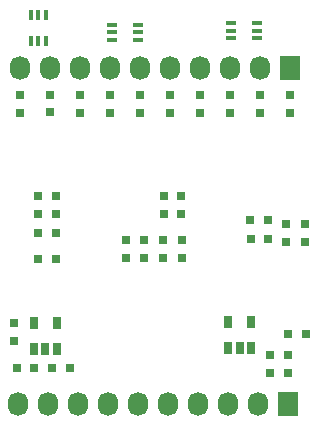
<source format=gbr>
G04 #@! TF.FileFunction,Soldermask,Bot*
%FSLAX46Y46*%
G04 Gerber Fmt 4.6, Leading zero omitted, Abs format (unit mm)*
G04 Created by KiCad (PCBNEW 4.0.4-stable) date Wednesday, May 10, 2017 'PMt' 03:49:53 PM*
%MOMM*%
%LPD*%
G01*
G04 APERTURE LIST*
%ADD10C,0.100000*%
%ADD11R,1.727200X2.032000*%
%ADD12O,1.727200X2.032000*%
%ADD13R,0.800000X0.750000*%
%ADD14R,0.750000X0.800000*%
%ADD15R,0.650000X1.060000*%
%ADD16R,0.850000X0.350000*%
%ADD17R,0.350000X0.850000*%
G04 APERTURE END LIST*
D10*
D11*
X58140600Y-39293800D03*
D12*
X55600600Y-39293800D03*
X53060600Y-39293800D03*
X50520600Y-39293800D03*
X47980600Y-39293800D03*
X45440600Y-39293800D03*
X42900600Y-39293800D03*
X40360600Y-39293800D03*
X37820600Y-39293800D03*
X35280600Y-39293800D03*
D13*
X57948260Y-63581280D03*
X56448260Y-63581280D03*
X57948260Y-65166240D03*
X56448260Y-65166240D03*
X47446500Y-51663600D03*
X48946500Y-51663600D03*
X47446500Y-50101500D03*
X48946500Y-50101500D03*
X36513200Y-64719200D03*
X35013200Y-64719200D03*
D14*
X34810700Y-60883100D03*
X34810700Y-62383100D03*
D13*
X38023100Y-64719200D03*
X39523100Y-64719200D03*
D14*
X49002125Y-55397462D03*
X49002125Y-53897462D03*
X47401925Y-55397462D03*
X47401925Y-53897462D03*
X45824923Y-55388801D03*
X45824923Y-53888801D03*
X44224724Y-55401501D03*
X44224724Y-53901501D03*
D13*
X58000200Y-61861700D03*
X59500200Y-61861700D03*
D14*
X37820600Y-41566400D03*
X37820600Y-43066400D03*
X42887900Y-41604500D03*
X42887900Y-43104500D03*
X35318700Y-41579100D03*
X35318700Y-43079100D03*
X40360600Y-41579100D03*
X40360600Y-43079100D03*
X45427900Y-41604500D03*
X45427900Y-43104500D03*
D13*
X56317580Y-53781960D03*
X54817580Y-53781960D03*
X56302340Y-52212240D03*
X54802340Y-52212240D03*
D14*
X57835800Y-52539200D03*
X57835800Y-54039200D03*
X59410600Y-52539200D03*
X59410600Y-54039200D03*
X58140600Y-43104500D03*
X58140600Y-41604500D03*
X53035200Y-43104500D03*
X53035200Y-41604500D03*
X47980600Y-43104500D03*
X47980600Y-41604500D03*
X55638700Y-43104500D03*
X55638700Y-41604500D03*
X50520600Y-43104500D03*
X50520600Y-41604500D03*
D13*
X36829300Y-51676300D03*
X38329300Y-51676300D03*
X38329300Y-55448200D03*
X36829300Y-55448200D03*
X38329300Y-53263800D03*
X36829300Y-53263800D03*
X36829300Y-50114200D03*
X38329300Y-50114200D03*
D11*
X57962800Y-67741800D03*
D12*
X55422800Y-67741800D03*
X52882800Y-67741800D03*
X50342800Y-67741800D03*
X47802800Y-67741800D03*
X45262800Y-67741800D03*
X42722800Y-67741800D03*
X40182800Y-67741800D03*
X37642800Y-67741800D03*
X35102800Y-67741800D03*
D15*
X38389600Y-63088700D03*
X37439600Y-63088700D03*
X36489600Y-63088700D03*
X36489600Y-60888700D03*
X38389600Y-60888700D03*
X54841180Y-62989640D03*
X53891180Y-62989640D03*
X52941180Y-62989640D03*
X52941180Y-60789640D03*
X54841180Y-60789640D03*
D16*
X45270600Y-36946600D03*
X45270600Y-36296600D03*
X45270600Y-35646600D03*
X43070600Y-36946600D03*
X43070600Y-36296600D03*
X43070600Y-35646600D03*
D17*
X36180000Y-37041000D03*
X36830000Y-37041000D03*
X37480000Y-37041000D03*
X36180000Y-34841000D03*
X36830000Y-34841000D03*
X37480000Y-34841000D03*
D16*
X55392500Y-36781500D03*
X55392500Y-36131500D03*
X55392500Y-35481500D03*
X53192500Y-36781500D03*
X53192500Y-36131500D03*
X53192500Y-35481500D03*
M02*

</source>
